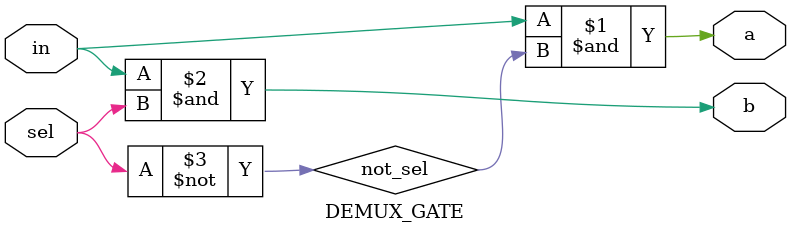
<source format=v>
module DEMUX_GATE (
	input in,
	input sel,
	output a,
	output b);

	wire not_sel;

	not(not_sel, sel);

	and(a, in, not_sel);
	and(b, in, sel);
	
endmodule

</source>
